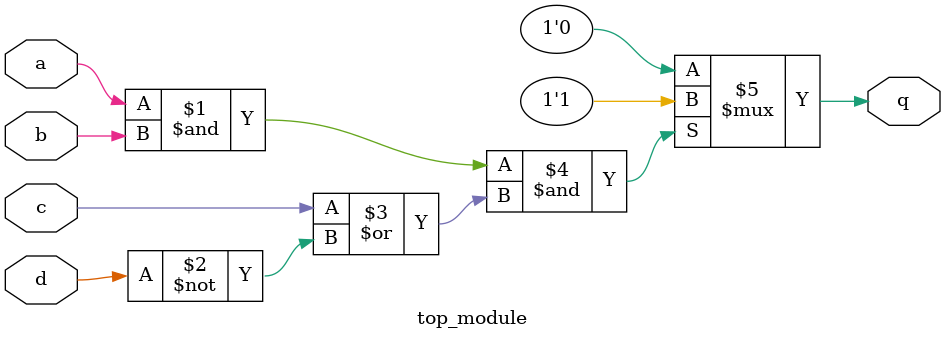
<source format=sv>
module top_module (
  input a,
  input b,
  input c,
  input d,
  output q
);

  assign q = ((a & b) & (c | ~d)) ? 1'b1 : 1'b0;
  
endmodule

</source>
